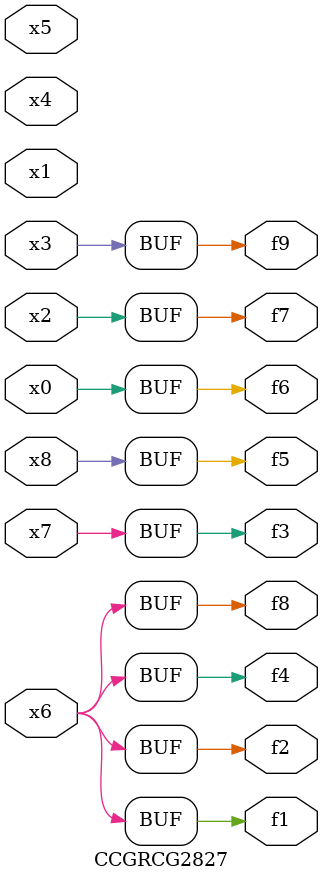
<source format=v>
module CCGRCG2827(
	input x0, x1, x2, x3, x4, x5, x6, x7, x8,
	output f1, f2, f3, f4, f5, f6, f7, f8, f9
);
	assign f1 = x6;
	assign f2 = x6;
	assign f3 = x7;
	assign f4 = x6;
	assign f5 = x8;
	assign f6 = x0;
	assign f7 = x2;
	assign f8 = x6;
	assign f9 = x3;
endmodule

</source>
